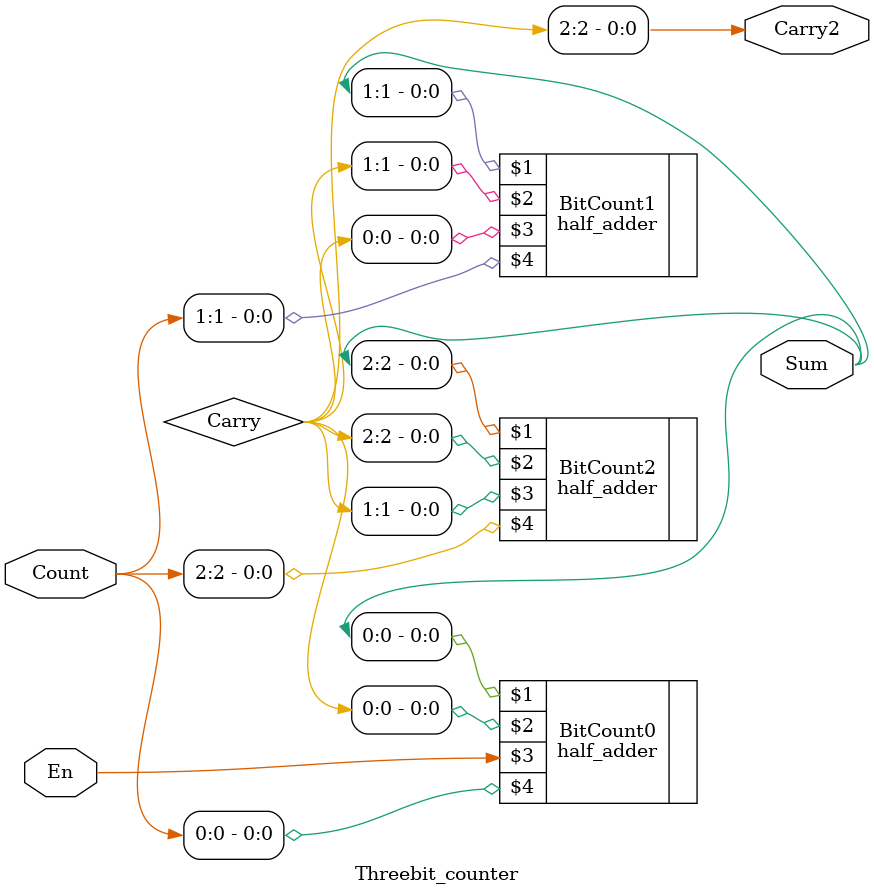
<source format=v>
`timescale 1ns/1ps //specify 1ns for each delay unit



module up_counter(Count,Carry2, En, Clk, Rst);

//Count output needs to be a reg
output reg [2:0] Count;
output wire Carry2;
//inputs are wires
input wire En,Clk,Rst;
//intermediate nets
wire [2:0] Carry,Sum;

//Lets create and instantiate a wrapper for the 3-bit counter first 
Threebit_counter UC1(Sum,Carry2,Count, En);

//Describe positive endge triggered flip-flops for count
//Including "posedge Rst" in the sensitivity list
//implies an asynchronous reset!

always@(posedge Clk or posedge Rst)
if (Rst) //if Rst ==1'b1
Count <= 0; //resent Count
else //otherwise, latch sum 
Count <= Sum;

endmodule //designate end of module 


module Threebit_counter(Sum,Carry2,Count,En);
//first we declare the variables
input wire En;
input wire [2:0] Count;
output wire [2:0] Sum;
output wire Carry2;
wire [2:0] Carry;

//instantiate and wire up half-adders
half_adder BitCount0(Sum[0], Carry[0], En, Count[0]);
half_adder BitCount1(Sum[1], Carry[1], Carry[0], Count[1]);
half_adder BitCount2(Sum[2], Carry[2], Carry[1], Count[2]);

assign Carry2=Carry[2];

endmodule //designate end of module

</source>
